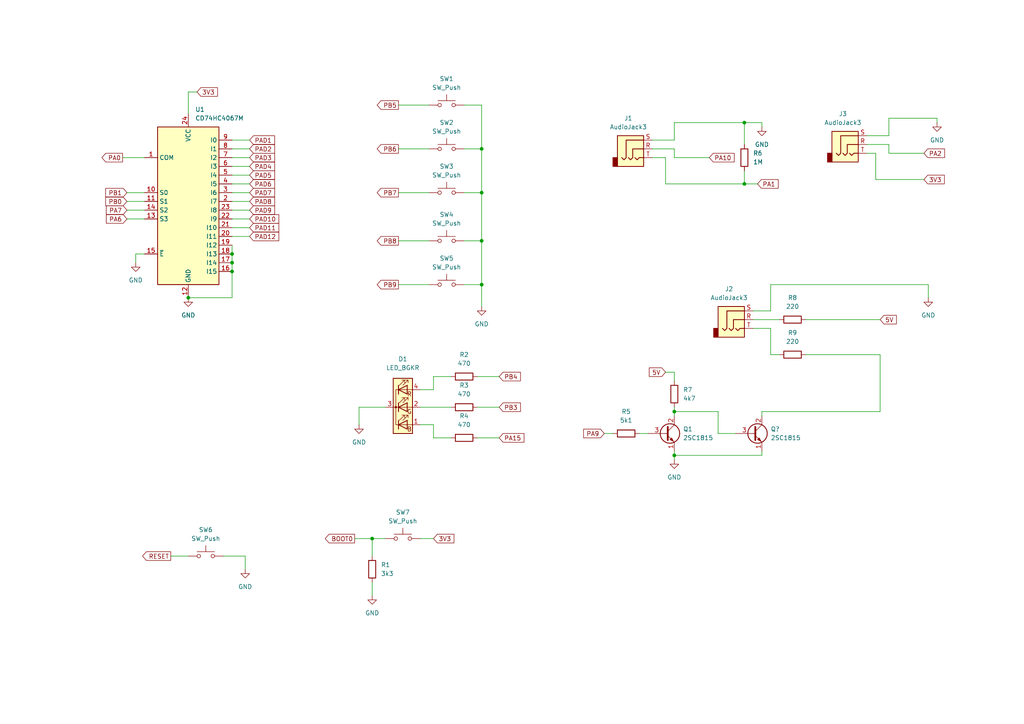
<source format=kicad_sch>
(kicad_sch (version 20211123) (generator eeschema)
  (paper "A4")
  (title_block (title "ZYDP miniPad") (rev "1"))
  (lib_symbols
    (symbol "74xx:CD74HC4067M"
      (property "Reference" "U" (at -8.89 22.86 0))
      (property "Value" "CD74HC4067M" (at 1.27 22.86 0))
      (symbol "CD74HC4067M_0_1"
        (rectangle (start -8.89 21.59) (end 8.89 -24.13) (stroke (width 0.254)) (fill (type background)))
      )
      (symbol "CD74HC4067M_1_1"
        (pin passive line (at -12.7 12.7 0) (length 3.81) (name "COM") (number "1"))
        (pin input line (at -12.7 2.54 0) (length 3.81) (name "S0") (number "10"))
        (pin input line (at -12.7 0 0) (length 3.81) (name "S1") (number "11"))
        (pin power_in line (at 0 -27.94 90) (length 3.81) (name "GND") (number "12"))
        (pin input line (at -12.7 -5.08 0) (length 3.81) (name "S3") (number "13"))
        (pin input line (at -12.7 -2.54 0) (length 3.81) (name "S2") (number "14"))
        (pin input line (at -12.7 -15.24 0) (length 3.81) (name "~{E}") (number "15"))
        (pin passive line (at 12.7 -20.32 180) (length 3.81) (name "I15") (number "16"))
        (pin passive line (at 12.7 -17.78 180) (length 3.81) (name "I14") (number "17"))
        (pin passive line (at 12.7 -15.24 180) (length 3.81) (name "I13") (number "18"))
        (pin passive line (at 12.7 -12.7 180) (length 3.81) (name "I12") (number "19"))
        (pin passive line (at 12.7 0 180) (length 3.81) (name "I7") (number "2"))
        (pin passive line (at 12.7 -10.16 180) (length 3.81) (name "I11") (number "20"))
        (pin passive line (at 12.7 -7.62 180) (length 3.81) (name "I10") (number "21"))
        (pin passive line (at 12.7 -5.08 180) (length 3.81) (name "I9") (number "22"))
        (pin passive line (at 12.7 -2.54 180) (length 3.81) (name "I8") (number "23"))
        (pin power_in line (at 0 25.4 270) (length 3.81) (name "VCC") (number "24"))
        (pin passive line (at 12.7 2.54 180) (length 3.81) (name "I6") (number "3"))
        (pin passive line (at 12.7 5.08 180) (length 3.81) (name "I5") (number "4"))
        (pin passive line (at 12.7 7.62 180) (length 3.81) (name "I4") (number "5"))
        (pin passive line (at 12.7 10.16 180) (length 3.81) (name "I3") (number "6"))
        (pin passive line (at 12.7 12.7 180) (length 3.81) (name "I2") (number "7"))
        (pin passive line (at 12.7 15.24 180) (length 3.81) (name "I1") (number "8"))
        (pin passive line (at 12.7 17.78 180) (length 3.81) (name "I0") (number "9"))
      )
    )
    (symbol "Connector:AudioJack3"
      (property "Reference" "J" (at 0 8.89 0))
      (property "Value" "AudioJack3" (at 0 6.35 0))
      (symbol "AudioJack3_0_1"
        (rectangle (start -5.08 -5.08) (end -6.35 -2.54) (stroke (width 0.254)) (fill (type outline)))
        (polyline (pts (xy 0 -2.54) (xy 0.635 -3.175) (xy 1.27 -2.54) (xy 2.54 -2.54)) (stroke (width 0.254)))
        (polyline (pts (xy -1.905 -2.54) (xy -1.27 -3.175) (xy -0.635 -2.54) (xy -0.635 0) (xy 2.54 0)) (stroke (width 0.254)))
        (polyline (pts (xy 2.54 2.54) (xy -2.54 2.54) (xy -2.54 -2.54) (xy -3.175 -3.175) (xy -3.81 -2.54)) (stroke (width 0.254)))
        (rectangle (start 2.54 3.81) (end -5.08 -5.08) (stroke (width 0.254)) (fill (type background)))
      )
      (symbol "AudioJack3_1_1"
        (pin passive line (at 5.08 0 180) (length 2.54) (name "~") (number "R"))
        (pin passive line (at 5.08 2.54 180) (length 2.54) (name "~") (number "S"))
        (pin passive line (at 5.08 -2.54 180) (length 2.54) (name "~") (number "T"))
      )
    )
    (symbol "Device:LED_BGKR" (pin_names (offset 0) hide)
      (property "Reference" "D" (at 0 9.398 0))
      (property "Value" "LED_BGKR" (at 0 -8.89 0))
      (symbol "LED_BGKR_0_0"
        (text "B" (at 1.905 -6.35 0) (effects (font (size 1.27 1.27))))
        (text "G" (at 1.905 -1.27 0) (effects (font (size 1.27 1.27))))
        (text "R" (at 1.905 3.81 0) (effects (font (size 1.27 1.27))))
      )
      (symbol "LED_BGKR_0_1"
        (circle (center -2.032 0) (radius 0.254) (fill (type outline)))
        (polyline (pts (xy -1.27 -5.08) (xy 1.27 -5.08)))
        (polyline (pts (xy -1.27 -3.81) (xy -1.27 -6.35)) (stroke (width 0.254)))
        (polyline (pts (xy -1.27 0) (xy -2.54 0)))
        (polyline (pts (xy -1.27 1.27) (xy -1.27 -1.27)) (stroke (width 0.254)))
        (polyline (pts (xy -1.27 5.08) (xy 1.27 5.08)))
        (polyline (pts (xy -1.27 6.35) (xy -1.27 3.81)) (stroke (width 0.254)))
        (polyline (pts (xy 1.27 -5.08) (xy 2.54 -5.08)))
        (polyline (pts (xy 1.27 0) (xy -1.27 0)))
        (polyline (pts (xy 1.27 0) (xy 2.54 0)))
        (polyline (pts (xy 1.27 5.08) (xy 2.54 5.08)))
        (polyline (pts (xy -1.27 1.27) (xy -1.27 -1.27) (xy -1.27 -1.27)))
        (polyline (pts (xy -1.27 6.35) (xy -1.27 3.81) (xy -1.27 3.81)))
        (polyline (pts (xy -1.27 5.08) (xy -2.032 5.08) (xy -2.032 -5.08) (xy -1.016 -5.08)))
        (polyline (pts (xy 1.27 -3.81) (xy 1.27 -6.35) (xy -1.27 -5.08) (xy 1.27 -3.81)) (stroke (width 0.254)))
        (polyline (pts (xy 1.27 1.27) (xy 1.27 -1.27) (xy -1.27 0) (xy 1.27 1.27)) (stroke (width 0.254)))
        (polyline (pts (xy 1.27 6.35) (xy 1.27 3.81) (xy -1.27 5.08) (xy 1.27 6.35)) (stroke (width 0.254)))
        (polyline (pts (xy -1.016 -3.81) (xy 0.508 -2.286) (xy -0.254 -2.286) (xy 0.508 -2.286) (xy 0.508 -3.048)))
        (polyline (pts (xy -1.016 1.27) (xy 0.508 2.794) (xy -0.254 2.794) (xy 0.508 2.794) (xy 0.508 2.032)))
        (polyline (pts (xy -1.016 6.35) (xy 0.508 7.874) (xy -0.254 7.874) (xy 0.508 7.874) (xy 0.508 7.112)))
        (polyline (pts (xy 0 -3.81) (xy 1.524 -2.286) (xy 0.762 -2.286) (xy 1.524 -2.286) (xy 1.524 -3.048)))
        (polyline (pts (xy 0 1.27) (xy 1.524 2.794) (xy 0.762 2.794) (xy 1.524 2.794) (xy 1.524 2.032)))
        (polyline (pts (xy 0 6.35) (xy 1.524 7.874) (xy 0.762 7.874) (xy 1.524 7.874) (xy 1.524 7.112)))
        (rectangle (start 1.27 -1.27) (end 1.27 1.27))
        (rectangle (start 1.27 1.27) (end 1.27 1.27))
        (rectangle (start 1.27 3.81) (end 1.27 6.35))
        (rectangle (start 1.27 6.35) (end 1.27 6.35))
        (rectangle (start 2.794 8.382) (end -2.794 -7.62) (stroke (width 0.254)) (fill (type background)))
      )
      (symbol "LED_BGKR_1_1"
        (pin passive line (at 5.08 -5.08 180) (length 2.54) (name "BA") (number "1"))
        (pin passive line (at 5.08 0 180) (length 2.54) (name "GA") (number "2"))
        (pin passive line (at -5.08 0 0) (length 2.54) (name "K") (number "3"))
        (pin passive line (at 5.08 5.08 180) (length 2.54) (name "RA") (number "4"))
      )
    )
    (symbol "Device:R" (pin_numbers hide) (pin_names (offset 0))
      (property "Reference" "R" (at 2.032 0 90))
      (property "Value" "R" (at 0 0 90))
      (symbol "R_0_1"
        (rectangle (start -1.016 -2.54) (end 1.016 2.54) (stroke (width 0.254)))
      )
      (symbol "R_1_1"
        (pin passive line (at 0 3.81 270) (length 1.27) (name "~") (number "1"))
        (pin passive line (at 0 -3.81 90) (length 1.27) (name "~") (number "2"))
      )
    )
    (symbol "Switch:SW_Push" (pin_numbers hide) (pin_names (offset 1.016) hide)
      (property "Reference" "SW" (at 1.27 2.54 0))
      (property "Value" "SW_Push" (at 0 -1.524 0))
      (symbol "SW_Push_0_1"
        (circle (center -2.032 0) (radius 0.508))
        (polyline (pts (xy 0 1.27) (xy 0 3.048)))
        (polyline (pts (xy 2.54 1.27) (xy -2.54 1.27)))
        (circle (center 2.032 0) (radius 0.508))
        (pin passive line (at -5.08 0 0) (length 2.54) (name "1") (number "1"))
        (pin passive line (at 5.08 0 180) (length 2.54) (name "2") (number "2"))
      )
    )
    (symbol "Transistor_BJT:2SC1815" (pin_names (offset 0) hide)
      (property "Reference" "Q" (at 5.08 1.905 0))
      (property "Value" "2SC1815" (at 5.08 0 0))
      (symbol "2SC1815_0_1"
        (polyline (pts (xy 0 0) (xy 0.508 0)))
        (polyline (pts (xy 0.635 0.635) (xy 2.54 2.54)))
        (polyline (pts (xy 0.635 -0.635) (xy 2.54 -2.54) (xy 2.54 -2.54)))
        (polyline (pts (xy 0.635 1.905) (xy 0.635 -1.905) (xy 0.635 -1.905)) (stroke (width 0.508)))
        (polyline (pts (xy 1.27 -1.778) (xy 1.778 -1.27) (xy 2.286 -2.286) (xy 1.27 -1.778) (xy 1.27 -1.778)) (fill (type outline)))
        (circle (center 1.27 0) (radius 2.8194) (stroke (width 0.254)))
      )
      (symbol "2SC1815_1_1"
        (pin passive line (at 2.54 -5.08 90) (length 2.54) (name "E") (number "1"))
        (pin passive line (at 2.54 5.08 270) (length 2.54) (name "C") (number "2"))
        (pin input line (at -5.08 0 0) (length 5.08) (name "B") (number "3"))
      )
    )
    (symbol "power:GND" (power) (pin_names (offset 0))
      (property "Value" "GND" (at 0 -3.81 0))
      (symbol "GND_0_1"
        (polyline (pts (xy 0 0) (xy 0 -1.27) (xy 1.27 -1.27) (xy 0 -2.54) (xy -1.27 -1.27) (xy 0 -1.27)))
      )
      (symbol "GND_1_1"
        (pin power_in line (at 0 0 270) (length 0) hide (name "GND") (number "1"))
      )
    )
  )
  (junction (at 107.95 156.21))
  (junction (at 215.9 35.56))
  (junction (at 67.31 76.2))
  (junction (at 139.7 82.55))
  (junction (at 54.61 86.36))
  (junction (at 67.31 73.66))
  (junction (at 139.7 69.85))
  (junction (at 67.31 78.74))
  (junction (at 195.58 132.08))
  (junction (at 195.58 119.38))
  (junction (at 215.9 53.34))
  (junction (at 139.7 43.18))
  (junction (at 139.7 55.88))
  (wire (pts (xy 257.81 41.91) (xy 257.81 44.45)))
  (wire (pts (xy 215.9 49.53) (xy 215.9 53.34)))
  (wire (pts (xy 195.58 130.81) (xy 195.58 132.08)))
  (wire (pts (xy 125.73 109.22) (xy 130.81 109.22)))
  (wire (pts (xy 104.14 118.11) (xy 104.14 123.19)))
  (wire (pts (xy 189.23 43.18) (xy 195.58 43.18)))
  (wire (pts (xy 269.24 82.55) (xy 269.24 86.36)))
  (wire (pts (xy 107.95 168.91) (xy 107.95 172.72)))
  (wire (pts (xy 189.23 40.64) (xy 195.58 40.64)))
  (wire (pts (xy 134.62 30.48) (xy 139.7 30.48)))
  (wire (pts (xy 223.52 82.55) (xy 223.52 90.17)))
  (wire (pts (xy 115.57 43.18) (xy 124.46 43.18)))
  (wire (pts (xy 138.43 127) (xy 144.78 127)))
  (wire (pts (xy 195.58 43.18) (xy 195.58 45.72)))
  (wire (pts (xy 67.31 43.18) (xy 72.39 43.18)))
  (wire (pts (xy 138.43 109.22) (xy 144.78 109.22)))
  (wire (pts (xy 220.98 119.38) (xy 255.27 119.38)))
  (wire (pts (xy 121.92 113.03) (xy 125.73 113.03)))
  (wire (pts (xy 139.7 69.85) (xy 139.7 82.55)))
  (wire (pts (xy 271.78 34.29) (xy 271.78 35.56)))
  (wire (pts (xy 233.68 92.71) (xy 255.27 92.71)))
  (wire (pts (xy 67.31 58.42) (xy 72.39 58.42)))
  (wire (pts (xy 195.58 118.11) (xy 195.58 119.38)))
  (wire (pts (xy 54.61 86.36) (xy 67.31 86.36)))
  (wire (pts (xy 134.62 69.85) (xy 139.7 69.85)))
  (wire (pts (xy 67.31 50.8) (xy 72.39 50.8)))
  (wire (pts (xy 257.81 39.37) (xy 257.81 34.29)))
  (wire (pts (xy 125.73 123.19) (xy 125.73 127)))
  (wire (pts (xy 67.31 76.2) (xy 67.31 78.74)))
  (wire (pts (xy 67.31 45.72) (xy 72.39 45.72)))
  (wire (pts (xy 111.76 118.11) (xy 104.14 118.11)))
  (wire (pts (xy 189.23 45.72) (xy 193.04 45.72)))
  (wire (pts (xy 115.57 69.85) (xy 124.46 69.85)))
  (wire (pts (xy 223.52 90.17) (xy 218.44 90.17)))
  (wire (pts (xy 218.44 92.71) (xy 226.06 92.71)))
  (wire (pts (xy 139.7 30.48) (xy 139.7 43.18)))
  (wire (pts (xy 139.7 55.88) (xy 139.7 69.85)))
  (wire (pts (xy 41.91 73.66) (xy 39.37 73.66)))
  (wire (pts (xy 107.95 156.21) (xy 111.76 156.21)))
  (wire (pts (xy 233.68 102.87) (xy 255.27 102.87)))
  (wire (pts (xy 39.37 73.66) (xy 39.37 76.2)))
  (wire (pts (xy 54.61 26.67) (xy 54.61 33.02)))
  (wire (pts (xy 67.31 48.26) (xy 72.39 48.26)))
  (wire (pts (xy 220.98 120.65) (xy 220.98 119.38)))
  (wire (pts (xy 257.81 44.45) (xy 267.97 44.45)))
  (wire (pts (xy 223.52 102.87) (xy 223.52 95.25)))
  (wire (pts (xy 254 52.07) (xy 267.97 52.07)))
  (wire (pts (xy 193.04 53.34) (xy 215.9 53.34)))
  (wire (pts (xy 223.52 95.25) (xy 218.44 95.25)))
  (wire (pts (xy 223.52 82.55) (xy 269.24 82.55)))
  (wire (pts (xy 36.83 60.96) (xy 41.91 60.96)))
  (wire (pts (xy 195.58 35.56) (xy 215.9 35.56)))
  (wire (pts (xy 193.04 107.95) (xy 195.58 107.95)))
  (wire (pts (xy 215.9 35.56) (xy 220.98 35.56)))
  (wire (pts (xy 134.62 43.18) (xy 139.7 43.18)))
  (wire (pts (xy 67.31 63.5) (xy 72.39 63.5)))
  (wire (pts (xy 115.57 55.88) (xy 124.46 55.88)))
  (wire (pts (xy 67.31 60.96) (xy 72.39 60.96)))
  (wire (pts (xy 67.31 40.64) (xy 72.39 40.64)))
  (wire (pts (xy 195.58 45.72) (xy 205.74 45.72)))
  (wire (pts (xy 208.28 119.38) (xy 208.28 125.73)))
  (wire (pts (xy 121.92 118.11) (xy 130.81 118.11)))
  (wire (pts (xy 251.46 39.37) (xy 257.81 39.37)))
  (wire (pts (xy 115.57 82.55) (xy 124.46 82.55)))
  (wire (pts (xy 175.26 125.73) (xy 177.8 125.73)))
  (wire (pts (xy 115.57 30.48) (xy 124.46 30.48)))
  (wire (pts (xy 220.98 130.81) (xy 220.98 132.08)))
  (wire (pts (xy 36.83 63.5) (xy 41.91 63.5)))
  (wire (pts (xy 254 44.45) (xy 254 52.07)))
  (wire (pts (xy 125.73 127) (xy 130.81 127)))
  (wire (pts (xy 195.58 119.38) (xy 208.28 119.38)))
  (wire (pts (xy 139.7 82.55) (xy 134.62 82.55)))
  (wire (pts (xy 67.31 55.88) (xy 72.39 55.88)))
  (wire (pts (xy 54.61 26.67) (xy 57.15 26.67)))
  (wire (pts (xy 139.7 82.55) (xy 139.7 88.9)))
  (wire (pts (xy 67.31 71.12) (xy 67.31 73.66)))
  (wire (pts (xy 220.98 132.08) (xy 195.58 132.08)))
  (wire (pts (xy 251.46 44.45) (xy 254 44.45)))
  (wire (pts (xy 67.31 53.34) (xy 72.39 53.34)))
  (wire (pts (xy 220.98 35.56) (xy 220.98 36.83)))
  (wire (pts (xy 107.95 156.21) (xy 107.95 161.29)))
  (wire (pts (xy 251.46 41.91) (xy 257.81 41.91)))
  (wire (pts (xy 195.58 40.64) (xy 195.58 35.56)))
  (wire (pts (xy 134.62 55.88) (xy 139.7 55.88)))
  (wire (pts (xy 67.31 68.58) (xy 72.39 68.58)))
  (wire (pts (xy 193.04 45.72) (xy 193.04 53.34)))
  (wire (pts (xy 138.43 118.11) (xy 144.78 118.11)))
  (wire (pts (xy 139.7 43.18) (xy 139.7 55.88)))
  (wire (pts (xy 102.87 156.21) (xy 107.95 156.21)))
  (wire (pts (xy 255.27 119.38) (xy 255.27 102.87)))
  (wire (pts (xy 67.31 66.04) (xy 72.39 66.04)))
  (wire (pts (xy 208.28 125.73) (xy 213.36 125.73)))
  (wire (pts (xy 36.83 55.88) (xy 41.91 55.88)))
  (wire (pts (xy 195.58 132.08) (xy 195.58 133.35)))
  (wire (pts (xy 121.92 156.21) (xy 125.73 156.21)))
  (wire (pts (xy 36.83 58.42) (xy 41.91 58.42)))
  (wire (pts (xy 35.56 45.72) (xy 41.91 45.72)))
  (wire (pts (xy 185.42 125.73) (xy 187.96 125.73)))
  (wire (pts (xy 121.92 123.19) (xy 125.73 123.19)))
  (wire (pts (xy 125.73 113.03) (xy 125.73 109.22)))
  (wire (pts (xy 257.81 34.29) (xy 271.78 34.29)))
  (wire (pts (xy 215.9 53.34) (xy 219.71 53.34)))
  (wire (pts (xy 71.12 161.29) (xy 71.12 165.1)))
  (wire (pts (xy 223.52 102.87) (xy 226.06 102.87)))
  (wire (pts (xy 49.53 161.29) (xy 54.61 161.29)))
  (wire (pts (xy 67.31 86.36) (xy 67.31 78.74)))
  (wire (pts (xy 195.58 107.95) (xy 195.58 110.49)))
  (wire (pts (xy 195.58 119.38) (xy 195.58 120.65)))
  (wire (pts (xy 67.31 73.66) (xy 67.31 76.2)))
  (wire (pts (xy 64.77 161.29) (xy 71.12 161.29)))
  (wire (pts (xy 215.9 35.56) (xy 215.9 41.91)))
  (global_label "PAD1" (shape input) (at 72.39 40.64 0) (property "Intersheet References" "${INTERSHEET_REFS}" (effects hide)))
  (global_label "PB0" (shape input) (at 36.83 58.42 180) (property "Intersheet References" "${INTERSHEET_REFS}" (effects hide)))
  (global_label "5V" (shape input) (at 193.04 107.95 180) (property "Intersheet References" "${INTERSHEET_REFS}" (effects hide)))
  (global_label "PAD3" (shape input) (at 72.39 45.72 0) (property "Intersheet References" "${INTERSHEET_REFS}" (effects hide)))
  (global_label "PAD12" (shape input) (at 72.39 68.58 0) (property "Intersheet References" "${INTERSHEET_REFS}" (effects hide)))
  (global_label "PA1" (shape input) (at 219.71 53.34 0) (property "Intersheet References" "${INTERSHEET_REFS}" (effects hide)))
  (global_label "PB9" (shape output) (at 115.57 82.55 180) (property "Intersheet References" "${INTERSHEET_REFS}" (effects hide)))
  (global_label "PAD6" (shape input) (at 72.39 53.34 0) (property "Intersheet References" "${INTERSHEET_REFS}" (effects hide)))
  (global_label "3V3" (shape input) (at 57.15 26.67 0) (property "Intersheet References" "${INTERSHEET_REFS}" (effects hide)))
  (global_label "PAD4" (shape input) (at 72.39 48.26 0) (property "Intersheet References" "${INTERSHEET_REFS}" (effects hide)))
  (global_label "5V" (shape input) (at 255.27 92.71 0) (property "Intersheet References" "${INTERSHEET_REFS}" (effects hide)))
  (global_label "PB5" (shape output) (at 115.57 30.48 180) (property "Intersheet References" "${INTERSHEET_REFS}" (effects hide)))
  (global_label "RESET" (shape output) (at 49.53 161.29 180) (property "Intersheet References" "${INTERSHEET_REFS}" (effects hide)))
  (global_label "3V3" (shape input) (at 125.73 156.21 0) (property "Intersheet References" "${INTERSHEET_REFS}" (effects hide)))
  (global_label "PAD8" (shape input) (at 72.39 58.42 0) (property "Intersheet References" "${INTERSHEET_REFS}" (effects hide)))
  (global_label "PB7" (shape output) (at 115.57 55.88 180) (property "Intersheet References" "${INTERSHEET_REFS}" (effects hide)))
  (global_label "BOOT0" (shape output) (at 102.87 156.21 180) (property "Intersheet References" "${INTERSHEET_REFS}" (effects hide)))
  (global_label "PAD2" (shape input) (at 72.39 43.18 0) (property "Intersheet References" "${INTERSHEET_REFS}" (effects hide)))
  (global_label "PA15" (shape input) (at 144.78 127 0) (property "Intersheet References" "${INTERSHEET_REFS}" (effects hide)))
  (global_label "PA0" (shape output) (at 35.56 45.72 180) (property "Intersheet References" "${INTERSHEET_REFS}" (effects hide)))
  (global_label "PAD7" (shape input) (at 72.39 55.88 0) (property "Intersheet References" "${INTERSHEET_REFS}" (effects hide)))
  (global_label "PB1" (shape input) (at 36.83 55.88 180) (property "Intersheet References" "${INTERSHEET_REFS}" (effects hide)))
  (global_label "PAD11" (shape input) (at 72.39 66.04 0) (property "Intersheet References" "${INTERSHEET_REFS}" (effects hide)))
  (global_label "PA7" (shape input) (at 36.83 60.96 180) (property "Intersheet References" "${INTERSHEET_REFS}" (effects hide)))
  (global_label "PB8" (shape output) (at 115.57 69.85 180) (property "Intersheet References" "${INTERSHEET_REFS}" (effects hide)))
  (global_label "PA10" (shape input) (at 205.74 45.72 0) (property "Intersheet References" "${INTERSHEET_REFS}" (effects hide)))
  (global_label "PAD9" (shape input) (at 72.39 60.96 0) (property "Intersheet References" "${INTERSHEET_REFS}" (effects hide)))
  (global_label "PAD5" (shape input) (at 72.39 50.8 0) (property "Intersheet References" "${INTERSHEET_REFS}" (effects hide)))
  (global_label "PA6" (shape input) (at 36.83 63.5 180) (property "Intersheet References" "${INTERSHEET_REFS}" (effects hide)))
  (global_label "PA2" (shape input) (at 267.97 44.45 0) (property "Intersheet References" "${INTERSHEET_REFS}" (effects hide)))
  (global_label "PAD10" (shape input) (at 72.39 63.5 0) (property "Intersheet References" "${INTERSHEET_REFS}" (effects hide)))
  (global_label "PB6" (shape output) (at 115.57 43.18 180) (property "Intersheet References" "${INTERSHEET_REFS}" (effects hide)))
  (global_label "3V3" (shape input) (at 267.97 52.07 0) (property "Intersheet References" "${INTERSHEET_REFS}" (effects hide)))
  (global_label "PA9" (shape input) (at 175.26 125.73 180) (property "Intersheet References" "${INTERSHEET_REFS}" (effects hide)))
  (global_label "PB3" (shape input) (at 144.78 118.11 0) (property "Intersheet References" "${INTERSHEET_REFS}" (effects hide)))
  (global_label "PB4" (shape input) (at 144.78 109.22 0) (property "Intersheet References" "${INTERSHEET_REFS}" (effects hide)))
  (symbol (lib_id "Device:R") (at 229.87 92.71 90) (unit 1)
    (property "Reference" "R8" (at 229.87 86.36 90))
    (property "Value" "220" (at 229.87 88.9 90))
  )
  (symbol (lib_id "Device:R") (at 134.62 127 90) (unit 1)
    (property "Reference" "R4" (at 134.62 120.65 90))
    (property "Value" "470" (at 134.62 123.19 90))
  )
  (symbol (lib_id "Switch:SW_Push") (at 129.54 82.55 0) (unit 1)
    (property "Reference" "SW5" (at 129.54 74.93 0))
    (property "Value" "SW_Push" (at 129.54 77.47 0))
  )
  (symbol (lib_id "power:GND") (at 39.37 76.2 0) (unit 1)
    (property "Reference" "#PWR01" (effects hide))
    (property "Value" "GND" (at 39.37 81.28 0))
  )
  (symbol (lib_id "power:GND") (at 107.95 172.72 0) (unit 1)
    (property "Reference" "#PWR05" (effects hide))
    (property "Value" "GND" (at 107.95 177.8 0))
  )
  (symbol (lib_id "power:GND") (at 269.24 86.36 0) (unit 1)
    (property "Reference" "#PWR09" (effects hide))
    (property "Value" "GND" (at 269.24 91.44 0))
  )
  (symbol (lib_id "Device:R") (at 229.87 102.87 90) (unit 1)
    (property "Reference" "R9" (at 229.87 96.52 90))
    (property "Value" "220" (at 229.87 99.06 90))
  )
  (symbol (lib_id "Connector:AudioJack3") (at 184.15 43.18 0) (unit 1)
    (property "Reference" "J1" (at 182.245 34.29 0))
    (property "Value" "AudioJack3" (at 182.245 36.83 0))
  )
  (symbol (lib_id "power:GND") (at 54.61 86.36 0) (unit 1)
    (property "Reference" "#PWR02" (effects hide))
    (property "Value" "GND" (at 54.61 91.44 0))
  )
  (symbol (lib_id "Switch:SW_Push") (at 116.84 156.21 0) (unit 1)
    (property "Reference" "SW7" (at 116.84 148.59 0))
    (property "Value" "SW_Push" (at 116.84 151.13 0))
  )
  (symbol (lib_id "74xx:CD74HC4067M") (at 54.61 58.42 0) (unit 1)
    (property "Reference" "U1" (at 56.6294 31.75 0) (effects (justify left)))
    (property "Value" "CD74HC4067M" (at 56.6294 34.29 0) (effects (justify left)))
    (property "Footprint" "Package_SO:SOIC-24W_7.5x15.4mm_P1.27mm" (effects hide))
    (property "Datasheet" "http://www.ti.com/lit/ds/symlink/cd74hc4067.pdf" (effects hide))
  )
  (symbol (lib_id "Connector:AudioJack3") (at 213.36 92.71 0) (unit 1)
    (property "Reference" "J2" (at 211.455 83.82 0))
    (property "Value" "AudioJack3" (at 211.455 86.36 0))
  )
  (symbol (lib_id "power:GND") (at 271.78 35.56 0) (unit 1)
    (property "Reference" "#PWR010" (effects hide))
    (property "Value" "GND" (at 271.78 40.64 0))
  )
  (symbol (lib_id "Device:R") (at 181.61 125.73 90) (unit 1)
    (property "Reference" "R5" (at 181.61 119.38 90))
    (property "Value" "5k1" (at 181.61 121.92 90))
  )
  (symbol (lib_id "Device:LED_BGKR") (at 116.84 118.11 0) (unit 1)
    (property "Reference" "D1" (at 116.84 104.14 0))
    (property "Value" "LED_BGKR" (at 116.84 106.68 0))
  )
  (symbol (lib_id "Device:R") (at 134.62 109.22 90) (unit 1)
    (property "Reference" "R2" (at 134.62 102.87 90))
    (property "Value" "470" (at 134.62 105.41 90))
  )
  (symbol (lib_id "power:GND") (at 71.12 165.1 0) (unit 1)
    (property "Reference" "#PWR03" (effects hide))
    (property "Value" "GND" (at 71.12 170.18 0))
  )
  (symbol (lib_id "Transistor_BJT:2SC1815") (at 193.04 125.73 0) (unit 1)
    (property "Reference" "Q1" (at 198.12 124.4599 0) (effects (justify left)))
    (property "Value" "2SC1815" (at 198.12 126.9999 0) (effects (justify left)))
    (property "Footprint" "Package_TO_SOT_THT:TO-92_Inline" (effects hide))
    (property "Datasheet" "https://media.digikey.com/pdf/Data%20Sheets/Toshiba%20PDFs/2SC1815.pdf" (effects hide))
  )
  (symbol (lib_id "power:GND") (at 104.14 123.19 0) (unit 1)
    (property "Reference" "#PWR04" (effects hide))
    (property "Value" "GND" (at 104.14 128.27 0))
  )
  (symbol (lib_id "Device:R") (at 195.58 114.3 0) (unit 1)
    (property "Reference" "R7" (at 198.12 113.0299 0) (effects (justify left)))
    (property "Value" "4k7" (at 198.12 115.5699 0) (effects (justify left)))
  )
  (symbol (lib_id "Transistor_BJT:2SC1815") (at 218.44 125.73 0) (unit 1)
    (property "Reference" "Q?" (at 223.52 124.4599 0) (effects (justify left)))
    (property "Value" "2SC1815" (at 223.52 126.9999 0) (effects (justify left)))
    (property "Footprint" "Package_TO_SOT_THT:TO-92_Inline" (effects hide))
    (property "Datasheet" "https://media.digikey.com/pdf/Data%20Sheets/Toshiba%20PDFs/2SC1815.pdf" (effects hide))
  )
  (symbol (lib_id "power:GND") (at 139.7 88.9 0) (unit 1)
    (property "Reference" "#PWR06" (effects hide))
    (property "Value" "GND" (at 139.7 93.98 0))
  )
  (symbol (lib_id "power:GND") (at 220.98 36.83 0) (unit 1)
    (property "Reference" "#PWR08" (effects hide))
    (property "Value" "GND" (at 220.98 41.91 0))
  )
  (symbol (lib_id "Switch:SW_Push") (at 129.54 69.85 0) (unit 1)
    (property "Reference" "SW4" (at 129.54 62.23 0))
    (property "Value" "SW_Push" (at 129.54 64.77 0))
  )
  (symbol (lib_id "power:GND") (at 195.58 133.35 0) (unit 1)
    (property "Reference" "#PWR07" (effects hide))
    (property "Value" "GND" (at 195.58 138.43 0))
  )
  (symbol (lib_id "Device:R") (at 107.95 165.1 0) (unit 1)
    (property "Reference" "R1" (at 110.49 163.8299 0) (effects (justify left)))
    (property "Value" "3k3" (at 110.49 166.3699 0) (effects (justify left)))
  )
  (symbol (lib_id "Switch:SW_Push") (at 129.54 43.18 0) (unit 1)
    (property "Reference" "SW2" (at 129.54 35.56 0))
    (property "Value" "SW_Push" (at 129.54 38.1 0))
  )
  (symbol (lib_id "Device:R") (at 215.9 45.72 0) (unit 1)
    (property "Reference" "R6" (at 218.44 44.4499 0) (effects (justify left)))
    (property "Value" "1M" (at 218.44 46.9899 0) (effects (justify left)))
  )
  (symbol (lib_id "Connector:AudioJack3") (at 246.38 41.91 0) (unit 1)
    (property "Reference" "J3" (at 244.475 33.02 0))
    (property "Value" "AudioJack3" (at 244.475 35.56 0))
  )
  (symbol (lib_id "Device:R") (at 134.62 118.11 90) (unit 1)
    (property "Reference" "R3" (at 134.62 111.76 90))
    (property "Value" "470" (at 134.62 114.3 90))
  )
  (symbol (lib_id "Switch:SW_Push") (at 129.54 55.88 0) (unit 1)
    (property "Reference" "SW3" (at 129.54 48.26 0))
    (property "Value" "SW_Push" (at 129.54 50.8 0))
  )
  (symbol (lib_id "Switch:SW_Push") (at 129.54 30.48 0) (unit 1)
    (property "Reference" "SW1" (at 129.54 22.86 0))
    (property "Value" "SW_Push" (at 129.54 25.4 0))
  )
  (symbol (lib_id "Switch:SW_Push") (at 59.69 161.29 0) (unit 1)
    (property "Reference" "SW6" (at 59.69 153.67 0))
    (property "Value" "SW_Push" (at 59.69 156.21 0))
  )
  (sheet (at 335.28 127) (size 68.58 36.83) (stroke (width 0.1524))
    (property "Sheet name" "Untitled Sheet" (at 335.28 126.2884 0) (effects (justify left bottom)))
    (property "Sheet file" "untitled.kicad_sch" (at 335.28 164.4146 0) (effects (justify left top)))
  )
)
</source>
